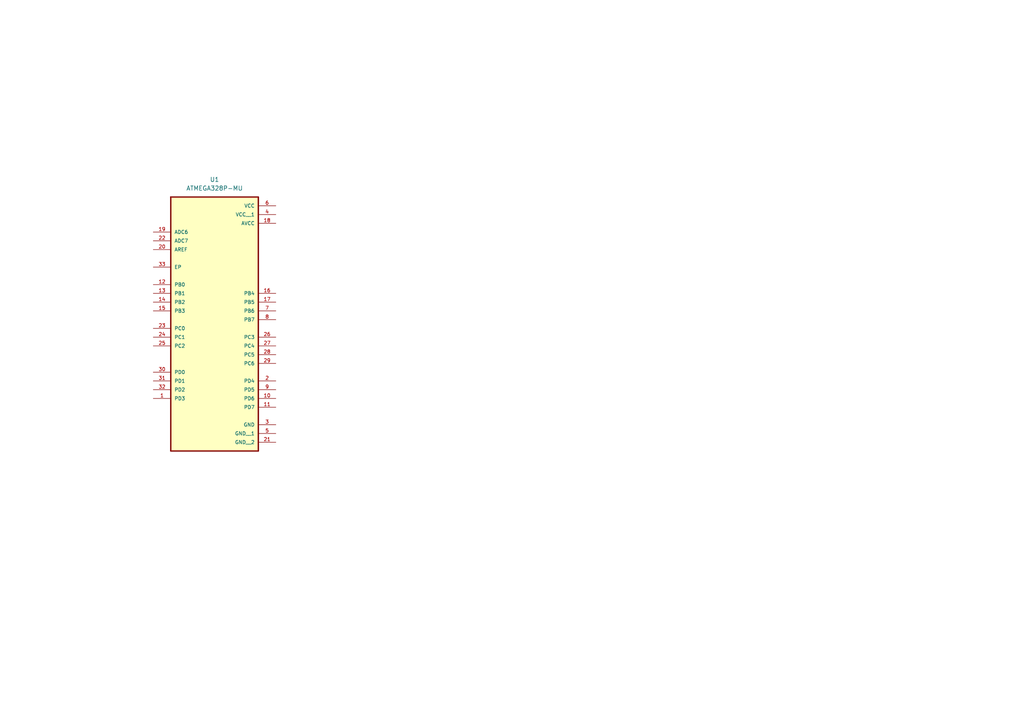
<source format=kicad_sch>
(kicad_sch (version 20231120) (generator "eeschema") (generator_version "8.0")
  (paper "A4")
  (lib_symbols
    (symbol "ATMEGA328P-MU:ATMEGA328P-MU" (pin_names (offset 1.016))
      (property "Reference" "U" (at -12.7 34.02 0))
      (property "Value" "ATMEGA328P-MU" (at -12.7 -44.64 0))
      (symbol "ATMEGA328P-MU_0_0"
        (rectangle (start -12.7 -40.64) (end 12.7 33.02) (stroke (width 0.41)) (fill (type background)))
        (pin bidirectional line (at -17.78 -25.4 0) (length 5.08) (name "PD3") (number "1"))
        (pin bidirectional line (at 17.78 -25.4 180) (length 5.08) (name "PD6") (number "10"))
        (pin bidirectional line (at 17.78 -27.94 180) (length 5.08) (name "PD7") (number "11"))
        (pin bidirectional line (at -17.78 7.62 0) (length 5.08) (name "PB0") (number "12"))
        (pin bidirectional line (at -17.78 5.08 0) (length 5.08) (name "PB1") (number "13"))
        (pin bidirectional line (at -17.78 2.54 0) (length 5.08) (name "PB2") (number "14"))
        (pin bidirectional line (at -17.78 0 0) (length 5.08) (name "PB3") (number "15"))
        (pin bidirectional line (at 17.78 5.08 180) (length 5.08) (name "PB4") (number "16"))
        (pin bidirectional line (at 17.78 2.54 180) (length 5.08) (name "PB5") (number "17"))
        (pin power_in line (at 17.78 25.4 180) (length 5.08) (name "AVCC") (number "18"))
        (pin input line (at -17.78 22.86 0) (length 5.08) (name "ADC6") (number "19"))
        (pin bidirectional line (at 17.78 -20.32 180) (length 5.08) (name "PD4") (number "2"))
        (pin input line (at -17.78 17.78 0) (length 5.08) (name "AREF") (number "20"))
        (pin power_in line (at 17.78 -38.1 180) (length 5.08) (name "GND__2") (number "21"))
        (pin input line (at -17.78 20.32 0) (length 5.08) (name "ADC7") (number "22"))
        (pin bidirectional line (at -17.78 -5.08 0) (length 5.08) (name "PC0") (number "23"))
        (pin bidirectional line (at -17.78 -7.62 0) (length 5.08) (name "PC1") (number "24"))
        (pin bidirectional line (at -17.78 -10.16 0) (length 5.08) (name "PC2") (number "25"))
        (pin bidirectional line (at 17.78 -7.62 180) (length 5.08) (name "PC3") (number "26"))
        (pin bidirectional line (at 17.78 -10.16 180) (length 5.08) (name "PC4") (number "27"))
        (pin bidirectional line (at 17.78 -12.7 180) (length 5.08) (name "PC5") (number "28"))
        (pin bidirectional line (at 17.78 -15.24 180) (length 5.08) (name "PC6") (number "29"))
        (pin power_in line (at 17.78 -33.02 180) (length 5.08) (name "GND") (number "3"))
        (pin bidirectional line (at -17.78 -17.78 0) (length 5.08) (name "PD0") (number "30"))
        (pin bidirectional line (at -17.78 -20.32 0) (length 5.08) (name "PD1") (number "31"))
        (pin bidirectional line (at -17.78 -22.86 0) (length 5.08) (name "PD2") (number "32"))
        (pin bidirectional line (at -17.78 12.7 0) (length 5.08) (name "EP") (number "33"))
        (pin power_in line (at 17.78 27.94 180) (length 5.08) (name "VCC__1") (number "4"))
        (pin power_in line (at 17.78 -35.56 180) (length 5.08) (name "GND__1") (number "5"))
        (pin power_in line (at 17.78 30.48 180) (length 5.08) (name "VCC") (number "6"))
        (pin bidirectional line (at 17.78 0 180) (length 5.08) (name "PB6") (number "7"))
        (pin bidirectional line (at 17.78 -2.54 180) (length 5.08) (name "PB7") (number "8"))
        (pin bidirectional line (at 17.78 -22.86 180) (length 5.08) (name "PD5") (number "9"))
      )
    )
  )
  (symbol (lib_id "ATMEGA328P-MU:ATMEGA328P-MU") (at 62.23 90.17 0) (unit 1)
    (property "Reference" "U1" (at 62.23 52.07 0))
    (property "Value" "ATMEGA328P-MU" (at 62.23 54.61 0))
    (property "Footprint" "ATMEGA328P-MU:QFN50P500X500X100-33N" (effects (hide yes)))
  )
)
</source>
